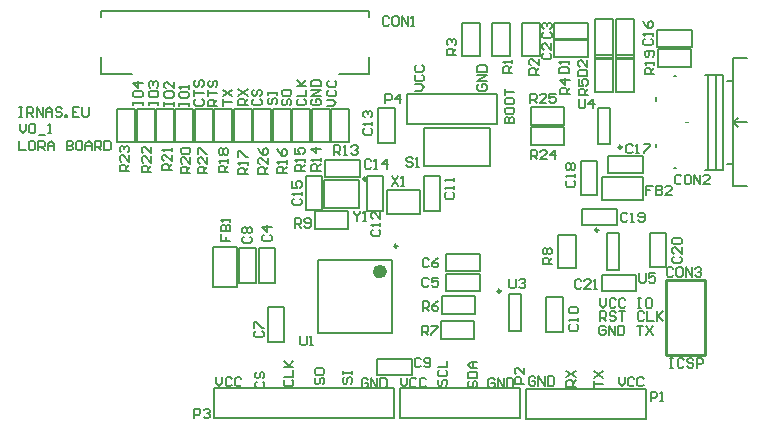
<source format=gto>
G04*
G04 #@! TF.GenerationSoftware,Altium Limited,Altium Designer,19.0.12 (326)*
G04*
G04 Layer_Color=65535*
%FSAX25Y25*%
%MOIN*%
G70*
G01*
G75*
%ADD10C,0.00984*%
%ADD11C,0.02362*%
%ADD12C,0.01181*%
%ADD13C,0.00787*%
%ADD14C,0.01000*%
%ADD15C,0.00315*%
%ADD16C,0.00709*%
D10*
X0480079Y0347587D02*
G03*
X0480079Y0347587I-0000492J0000000D01*
G01*
X0447469Y0327264D02*
G03*
X0447469Y0327264I-0000492J0000000D01*
G01*
X0487862Y0375197D02*
G03*
X0487862Y0375197I-0000492J0000000D01*
G01*
X0413075Y0342232D02*
G03*
X0413075Y0342232I-0000492J0000000D01*
G01*
D11*
X0408449Y0333768D02*
G03*
X0408449Y0333768I-0001181J0000000D01*
G01*
D12*
X0402724Y0364665D02*
G03*
X0402724Y0364665I-0000394J0000000D01*
G01*
D13*
X0421976Y0368996D02*
Y0381594D01*
Y0368996D02*
X0444024D01*
Y0381594D01*
X0421976Y0381594D02*
X0444024Y0381594D01*
X0483032Y0346602D02*
X0486969D01*
X0483032Y0334398D02*
X0486969D01*
X0483032D02*
Y0346602D01*
X0486969Y0334398D02*
Y0346602D01*
X0450421Y0326279D02*
X0454358D01*
X0450421Y0314075D02*
X0454358D01*
X0450421D02*
Y0326279D01*
X0454358Y0314075D02*
Y0326279D01*
X0479988Y0376181D02*
Y0388386D01*
X0483925Y0376181D02*
Y0388386D01*
X0479988D02*
X0483925D01*
X0479988Y0376181D02*
X0483925D01*
X0393496Y0399638D02*
X0403732D01*
Y0405150D01*
X0314362Y0399638D02*
Y0405150D01*
Y0399638D02*
X0324598D01*
X0403732Y0418535D02*
Y0420504D01*
X0314362D02*
X0403732D01*
X0314362Y0418535D02*
Y0420504D01*
X0386795Y0337705D02*
X0411205D01*
X0386795Y0313295D02*
X0411205D01*
Y0337705D01*
X0386795Y0313295D02*
Y0337705D01*
X0351642Y0342028D02*
X0359516D01*
X0351642Y0328642D02*
Y0342028D01*
Y0328642D02*
X0359516D01*
Y0342028D01*
X0465250Y0416703D02*
X0476750D01*
Y0411203D02*
Y0416703D01*
X0465250Y0411203D02*
X0476750D01*
X0465250D02*
Y0416703D01*
Y0410797D02*
X0476750D01*
Y0405297D02*
Y0410797D01*
X0465250Y0405297D02*
X0476750D01*
X0465250D02*
Y0410797D01*
X0406395Y0299219D02*
X0417895D01*
X0406395D02*
Y0304718D01*
X0417895D01*
Y0299219D02*
Y0304718D01*
X0365908Y0330077D02*
Y0341577D01*
X0360407Y0330077D02*
X0365908D01*
X0360407D02*
Y0341577D01*
X0365908D01*
X0369856Y0310392D02*
Y0321892D01*
X0375356D01*
Y0310392D02*
Y0321892D01*
X0369856Y0310392D02*
X0375356D01*
X0429159Y0339579D02*
X0440659D01*
Y0334079D02*
Y0339579D01*
X0429159Y0334079D02*
X0440659D01*
X0429159D02*
Y0339579D01*
X0429258Y0332868D02*
X0440758D01*
Y0327368D02*
Y0332868D01*
X0429258Y0327368D02*
X0440758D01*
X0429258D02*
Y0332868D01*
X0372305Y0329978D02*
X0372305Y0341478D01*
X0366805Y0329978D02*
X0372305D01*
X0366805Y0341478D02*
X0366805Y0329978D01*
X0366805Y0341478D02*
X0372305D01*
X0454547Y0405500D02*
X0460547D01*
X0454547D02*
Y0416500D01*
X0460547D01*
Y0405500D02*
Y0416500D01*
X0444500Y0416500D02*
X0450500D01*
Y0405500D02*
Y0416500D01*
X0444500Y0405500D02*
X0450500D01*
X0444500D02*
Y0416500D01*
X0434500Y0405500D02*
X0440500D01*
X0434500D02*
Y0416500D01*
X0440500D01*
Y0405500D02*
Y0416500D01*
X0416169Y0392894D02*
X0446169Y0392894D01*
X0416169Y0382894D02*
Y0392894D01*
Y0382894D02*
X0446169Y0382894D01*
Y0392894D01*
X0427638Y0311370D02*
Y0317370D01*
X0438638D01*
Y0311370D02*
Y0317370D01*
X0427638Y0311370D02*
X0438638D01*
X0439032Y0319736D02*
Y0325736D01*
X0428031Y0319736D02*
X0439032D01*
X0428031D02*
Y0325736D01*
X0439032D01*
X0409488Y0353063D02*
X0420511D01*
Y0360937D01*
X0409488D02*
X0420511D01*
X0409488Y0353063D02*
Y0360937D01*
X0462671Y0313640D02*
X0462671Y0325140D01*
X0468171D01*
X0468171Y0313640D01*
X0462671D02*
X0468171D01*
X0402895Y0353956D02*
Y0365456D01*
X0408395D01*
Y0353956D02*
Y0365456D01*
X0402895Y0353956D02*
X0408395D01*
X0421895Y0353957D02*
Y0365457D01*
X0427395D01*
Y0353957D02*
Y0365457D01*
X0421895Y0353957D02*
X0427395D01*
X0411917Y0284862D02*
Y0294862D01*
X0351917Y0284862D02*
Y0294862D01*
X0411917Y0294862D01*
X0351917Y0284862D02*
X0411917Y0284862D01*
X0406750Y0376703D02*
Y0388203D01*
X0412250D01*
Y0376703D02*
Y0388203D01*
X0406750Y0376703D02*
X0412250D01*
X0479000Y0404547D02*
X0485000Y0404547D01*
X0485000Y0393547D02*
X0485000Y0404547D01*
X0479000Y0393547D02*
X0485000D01*
X0479000D02*
Y0404547D01*
X0485000Y0405000D02*
Y0418000D01*
X0479000Y0418000D02*
X0485000Y0418000D01*
X0479000Y0418000D02*
X0479000Y0405000D01*
Y0406000D02*
X0485000D01*
X0479000Y0405000D02*
X0485000Y0405000D01*
X0486000Y0404500D02*
X0492000Y0404500D01*
X0492000Y0393500D02*
X0492000Y0404500D01*
X0486000Y0393500D02*
X0492000D01*
X0486000D02*
Y0404500D01*
X0396512Y0347984D02*
Y0353984D01*
X0385512Y0347984D02*
X0396512D01*
X0385512D02*
Y0353984D01*
X0396512D01*
X0492000Y0418000D02*
X0492000Y0405000D01*
X0486000Y0418000D02*
X0492000Y0418000D01*
X0486000Y0418000D02*
X0486000Y0405000D01*
Y0406000D02*
X0492000D01*
X0486000Y0405000D02*
X0492000Y0405000D01*
X0388551Y0354823D02*
X0400362D01*
Y0364272D01*
X0388551D02*
X0400362D01*
X0388551Y0354823D02*
Y0364272D01*
X0414004Y0284862D02*
Y0294862D01*
X0454004Y0294862D01*
X0414004Y0284862D02*
X0454004Y0284862D01*
Y0294862D01*
X0391000Y0387953D02*
X0397000D01*
Y0376953D02*
Y0387953D01*
X0391000Y0376953D02*
X0397000D01*
X0391000D02*
Y0387953D01*
X0384514D02*
X0390514D01*
Y0376953D02*
Y0387953D01*
X0384514Y0376953D02*
X0390514D01*
X0384514D02*
Y0387953D01*
X0378028D02*
X0384028D01*
Y0376953D02*
Y0387953D01*
X0378028Y0376953D02*
X0384028D01*
X0378028D02*
Y0387953D01*
X0382553Y0354191D02*
Y0365691D01*
X0388053D01*
Y0354191D02*
Y0365691D01*
X0382553Y0354191D02*
X0388053D01*
X0389002Y0365360D02*
X0400502D01*
X0389002D02*
Y0370860D01*
X0400502D01*
Y0365360D02*
Y0370860D01*
X0371542Y0387953D02*
X0377542D01*
Y0376953D02*
Y0387953D01*
X0371542Y0376953D02*
X0377542D01*
X0371542D02*
Y0387953D01*
X0365056D02*
X0371056D01*
Y0376953D02*
Y0387953D01*
X0365056Y0376953D02*
X0371056D01*
X0365056D02*
Y0387953D01*
X0358570D02*
X0364570D01*
Y0376953D02*
Y0387953D01*
X0358570Y0376953D02*
X0364570D01*
X0358570D02*
Y0387953D01*
X0352084D02*
X0358084D01*
Y0376953D02*
Y0387953D01*
X0352084Y0376953D02*
X0358084D01*
X0352084D02*
Y0387953D01*
X0496032Y0284764D02*
Y0294764D01*
X0456032Y0284764D02*
X0496032Y0284764D01*
X0456032Y0294764D02*
X0496032Y0294764D01*
X0456032Y0284764D02*
Y0294764D01*
X0345598Y0387953D02*
X0351598D01*
Y0376953D02*
Y0387953D01*
X0345598Y0376953D02*
X0351598D01*
X0345598D02*
Y0387953D01*
X0510953Y0402000D02*
Y0408000D01*
X0499953Y0402000D02*
X0510953D01*
X0499953D02*
Y0408000D01*
X0510953D01*
X0339112Y0387953D02*
X0345112D01*
Y0376953D02*
Y0387953D01*
X0339112Y0376953D02*
X0345112D01*
X0339112D02*
Y0387953D01*
X0332626D02*
X0338626D01*
Y0376953D02*
Y0387953D01*
X0332626Y0376953D02*
X0338626D01*
X0332626D02*
Y0387953D01*
X0326139D02*
X0332139D01*
Y0376953D02*
Y0387953D01*
X0326139Y0376953D02*
X0332139D01*
X0326139D02*
Y0387953D01*
X0499750Y0408750D02*
X0511250D01*
X0499750D02*
Y0414250D01*
X0511250D01*
Y0408750D02*
Y0414250D01*
X0319654Y0387953D02*
X0325654D01*
Y0376953D02*
Y0387953D01*
X0319654Y0376953D02*
X0325654D01*
X0319654D02*
Y0387953D01*
X0524984Y0383535D02*
X0526559Y0381961D01*
X0524984Y0383535D02*
X0526559Y0385110D01*
X0524984Y0383535D02*
X0529709D01*
X0523016Y0369756D02*
X0524984D01*
X0523016Y0397315D02*
X0524984D01*
X0499197Y0375268D02*
Y0376449D01*
X0505299Y0398890D02*
X0506087D01*
X0519276Y0367787D02*
Y0399284D01*
X0516520Y0367787D02*
Y0399284D01*
X0515535D02*
X0521638D01*
X0515535Y0367787D02*
X0521638D01*
Y0399284D01*
X0505299Y0368181D02*
X0506087D01*
X0499197Y0390622D02*
Y0391803D01*
X0524984Y0362276D02*
X0529709D01*
X0524984D02*
Y0404795D01*
X0529709D01*
X0468559Y0376055D02*
Y0382055D01*
X0457559Y0376055D02*
X0468559D01*
X0457559D02*
Y0382055D01*
X0468559D01*
X0468559Y0382555D02*
Y0388555D01*
X0457559Y0382555D02*
X0468559D01*
X0457559D02*
Y0388555D01*
X0468559D01*
X0494827Y0357563D02*
Y0365437D01*
X0481441D02*
X0494827D01*
X0481441Y0357563D02*
Y0365437D01*
Y0357563D02*
X0494827D01*
X0502750Y0335250D02*
Y0346750D01*
X0497250Y0335250D02*
X0502750D01*
X0497250D02*
Y0346750D01*
X0502750D01*
X0474750Y0354750D02*
X0486250D01*
Y0349250D02*
Y0354750D01*
X0474750Y0349250D02*
X0486250D01*
X0474750D02*
Y0354750D01*
X0474250Y0359250D02*
Y0370750D01*
X0479750D01*
Y0359250D02*
Y0370750D01*
X0474250Y0359250D02*
X0479750D01*
X0483357Y0366750D02*
X0494857D01*
X0483357D02*
Y0372250D01*
X0494857D01*
Y0366750D02*
Y0372250D01*
X0466500Y0335000D02*
X0472500D01*
X0466500D02*
Y0346000D01*
X0472500D01*
Y0335000D02*
Y0346000D01*
X0481250Y0327250D02*
X0492750D01*
X0481250D02*
Y0332750D01*
X0492750D01*
Y0327250D02*
Y0332750D01*
D14*
X0502500Y0306110D02*
Y0331110D01*
Y0306110D02*
X0515500D01*
Y0331110D01*
X0502500D02*
X0515500D01*
D15*
X0509039Y0383535D02*
X0509827D01*
D16*
X0440258Y0396194D02*
X0439733Y0395669D01*
Y0394619D01*
X0440258Y0394094D01*
X0442357D01*
X0442882Y0394619D01*
Y0395669D01*
X0442357Y0396194D01*
X0441308D01*
Y0395144D01*
X0442882Y0397243D02*
X0439733D01*
X0442882Y0399342D01*
X0439733D01*
Y0400392D02*
X0442882D01*
Y0401966D01*
X0442357Y0402491D01*
X0440258D01*
X0439733Y0401966D01*
Y0400392D01*
X0418828Y0394094D02*
X0420927D01*
X0421976Y0395144D01*
X0420927Y0396194D01*
X0418828D01*
X0419352Y0399342D02*
X0418828Y0398817D01*
Y0397768D01*
X0419352Y0397243D01*
X0421452D01*
X0421976Y0397768D01*
Y0398817D01*
X0421452Y0399342D01*
X0419352Y0402491D02*
X0418828Y0401966D01*
Y0400916D01*
X0419352Y0400392D01*
X0421452D01*
X0421976Y0400916D01*
Y0401966D01*
X0421452Y0402491D01*
X0448887Y0383169D02*
X0452035D01*
Y0384744D01*
X0451511Y0385268D01*
X0450986D01*
X0450461Y0384744D01*
Y0383169D01*
Y0384744D01*
X0449936Y0385268D01*
X0449412D01*
X0448887Y0384744D01*
Y0383169D01*
Y0387892D02*
Y0386843D01*
X0449412Y0386318D01*
X0451511D01*
X0452035Y0386843D01*
Y0387892D01*
X0451511Y0388417D01*
X0449412D01*
X0448887Y0387892D01*
Y0391041D02*
Y0389991D01*
X0449412Y0389467D01*
X0451511D01*
X0452035Y0389991D01*
Y0391041D01*
X0451511Y0391565D01*
X0449412D01*
X0448887Y0391041D01*
Y0392615D02*
Y0394714D01*
Y0393665D01*
X0452035D01*
X0287075Y0377361D02*
Y0374213D01*
X0289174D01*
X0291798Y0377361D02*
X0290748D01*
X0290223Y0376836D01*
Y0374737D01*
X0290748Y0374213D01*
X0291798D01*
X0292322Y0374737D01*
Y0376836D01*
X0291798Y0377361D01*
X0293372Y0374213D02*
Y0377361D01*
X0294946D01*
X0295471Y0376836D01*
Y0375787D01*
X0294946Y0375262D01*
X0293372D01*
X0294422D02*
X0295471Y0374213D01*
X0296521D02*
Y0376312D01*
X0297570Y0377361D01*
X0298620Y0376312D01*
Y0374213D01*
Y0375787D01*
X0296521D01*
X0302818Y0377361D02*
Y0374213D01*
X0304392D01*
X0304917Y0374737D01*
Y0375262D01*
X0304392Y0375787D01*
X0302818D01*
X0304392D01*
X0304917Y0376312D01*
Y0376836D01*
X0304392Y0377361D01*
X0302818D01*
X0307541D02*
X0306491D01*
X0305966Y0376836D01*
Y0374737D01*
X0306491Y0374213D01*
X0307541D01*
X0308065Y0374737D01*
Y0376836D01*
X0307541Y0377361D01*
X0309115Y0374213D02*
Y0376312D01*
X0310164Y0377361D01*
X0311214Y0376312D01*
Y0374213D01*
Y0375787D01*
X0309115D01*
X0312263Y0374213D02*
Y0377361D01*
X0313838D01*
X0314363Y0376836D01*
Y0375787D01*
X0313838Y0375262D01*
X0312263D01*
X0313313D02*
X0314363Y0374213D01*
X0315412Y0377361D02*
Y0374213D01*
X0316986D01*
X0317511Y0374737D01*
Y0376836D01*
X0316986Y0377361D01*
X0315412D01*
X0287173Y0383070D02*
Y0380971D01*
X0288223Y0379921D01*
X0289272Y0380971D01*
Y0383070D01*
X0290322Y0382545D02*
X0290847Y0383070D01*
X0291896D01*
X0292421Y0382545D01*
Y0380446D01*
X0291896Y0379921D01*
X0290847D01*
X0290322Y0380446D01*
Y0382545D01*
X0293470Y0379397D02*
X0295569D01*
X0296619Y0379921D02*
X0297669D01*
X0297144D01*
Y0383070D01*
X0296619Y0382545D01*
X0287075Y0388582D02*
X0288124D01*
X0287600D01*
Y0385433D01*
X0287075D01*
X0288124D01*
X0289699D02*
Y0388582D01*
X0291273D01*
X0291798Y0388057D01*
Y0387007D01*
X0291273Y0386483D01*
X0289699D01*
X0290748D02*
X0291798Y0385433D01*
X0292847D02*
Y0388582D01*
X0294946Y0385433D01*
Y0388582D01*
X0295996Y0385433D02*
Y0387532D01*
X0297045Y0388582D01*
X0298095Y0387532D01*
Y0385433D01*
Y0387007D01*
X0295996D01*
X0301243Y0388057D02*
X0300719Y0388582D01*
X0299669D01*
X0299144Y0388057D01*
Y0387532D01*
X0299669Y0387007D01*
X0300719D01*
X0301243Y0386483D01*
Y0385958D01*
X0300719Y0385433D01*
X0299669D01*
X0299144Y0385958D01*
X0302293Y0385433D02*
Y0385958D01*
X0302818D01*
Y0385433D01*
X0302293D01*
X0307016Y0388582D02*
X0304917D01*
Y0385433D01*
X0307016D01*
X0304917Y0387007D02*
X0305966D01*
X0308065Y0388582D02*
Y0385958D01*
X0308590Y0385433D01*
X0309640D01*
X0310164Y0385958D01*
Y0388582D01*
X0482481Y0315222D02*
X0481956Y0315747D01*
X0480907D01*
X0480382Y0315222D01*
Y0313123D01*
X0480907Y0312598D01*
X0481956D01*
X0482481Y0313123D01*
Y0314173D01*
X0481431D01*
X0483531Y0312598D02*
Y0315747D01*
X0485630Y0312598D01*
Y0315747D01*
X0486679D02*
Y0312598D01*
X0488253D01*
X0488778Y0313123D01*
Y0315222D01*
X0488253Y0315747D01*
X0486679D01*
X0492976D02*
X0495075D01*
X0494026D01*
Y0312598D01*
X0496125Y0315747D02*
X0498224Y0312598D01*
Y0315747D02*
X0496125Y0312598D01*
X0480677Y0317323D02*
Y0320471D01*
X0482252D01*
X0482776Y0319947D01*
Y0318897D01*
X0482252Y0318372D01*
X0480677D01*
X0481727D02*
X0482776Y0317323D01*
X0485925Y0319947D02*
X0485400Y0320471D01*
X0484350D01*
X0483826Y0319947D01*
Y0319422D01*
X0484350Y0318897D01*
X0485400D01*
X0485925Y0318372D01*
Y0317848D01*
X0485400Y0317323D01*
X0484350D01*
X0483826Y0317848D01*
X0486974Y0320471D02*
X0489073D01*
X0488024D01*
Y0317323D01*
X0495371Y0319947D02*
X0494846Y0320471D01*
X0493796D01*
X0493271Y0319947D01*
Y0317848D01*
X0493796Y0317323D01*
X0494846D01*
X0495371Y0317848D01*
X0496420Y0320471D02*
Y0317323D01*
X0498519D01*
X0499569Y0320471D02*
Y0317323D01*
Y0318372D01*
X0501668Y0320471D01*
X0500094Y0318897D01*
X0501668Y0317323D01*
X0480677Y0324802D02*
Y0322703D01*
X0481727Y0321654D01*
X0482776Y0322703D01*
Y0324802D01*
X0485925Y0324277D02*
X0485400Y0324802D01*
X0484350D01*
X0483826Y0324277D01*
Y0322178D01*
X0484350Y0321654D01*
X0485400D01*
X0485925Y0322178D01*
X0489073Y0324277D02*
X0488549Y0324802D01*
X0487499D01*
X0486974Y0324277D01*
Y0322178D01*
X0487499Y0321654D01*
X0488549D01*
X0489073Y0322178D01*
X0493271Y0324802D02*
X0494321D01*
X0493796D01*
Y0321654D01*
X0493271D01*
X0494321D01*
X0497470Y0324802D02*
X0496420D01*
X0495895Y0324277D01*
Y0322178D01*
X0496420Y0321654D01*
X0497470D01*
X0497994Y0322178D01*
Y0324277D01*
X0497470Y0324802D01*
X0486811Y0298621D02*
Y0296522D01*
X0487860Y0295472D01*
X0488910Y0296522D01*
Y0298621D01*
X0492059Y0298096D02*
X0491534Y0298621D01*
X0490484D01*
X0489959Y0298096D01*
Y0295997D01*
X0490484Y0295472D01*
X0491534D01*
X0492059Y0295997D01*
X0495207Y0298096D02*
X0494682Y0298621D01*
X0493633D01*
X0493108Y0298096D01*
Y0295997D01*
X0493633Y0295472D01*
X0494682D01*
X0495207Y0295997D01*
X0459056Y0298293D02*
X0458531Y0298818D01*
X0457481D01*
X0456957Y0298293D01*
Y0296194D01*
X0457481Y0295669D01*
X0458531D01*
X0459056Y0296194D01*
Y0297244D01*
X0458006D01*
X0460105Y0295669D02*
Y0298818D01*
X0462204Y0295669D01*
Y0298818D01*
X0463254D02*
Y0295669D01*
X0464828D01*
X0465353Y0296194D01*
Y0298293D01*
X0464828Y0298818D01*
X0463254D01*
X0478611Y0295276D02*
Y0297375D01*
Y0296325D01*
X0481760D01*
X0478611Y0298424D02*
X0481760Y0300523D01*
X0478611D02*
X0481760Y0298424D01*
X0472606Y0295374D02*
X0469458D01*
Y0296948D01*
X0469982Y0297473D01*
X0471032D01*
X0471557Y0296948D01*
Y0295374D01*
Y0296424D02*
X0472606Y0297473D01*
X0469458Y0298523D02*
X0472606Y0300622D01*
X0469458D02*
X0472606Y0298523D01*
X0437108Y0297276D02*
X0436584Y0296751D01*
Y0295702D01*
X0437108Y0295177D01*
X0437633D01*
X0438158Y0295702D01*
Y0296751D01*
X0438683Y0297276D01*
X0439208D01*
X0439732Y0296751D01*
Y0295702D01*
X0439208Y0295177D01*
X0436584Y0298326D02*
X0439732D01*
Y0299900D01*
X0439208Y0300425D01*
X0437108D01*
X0436584Y0299900D01*
Y0298326D01*
X0439732Y0301474D02*
X0437633D01*
X0436584Y0302524D01*
X0437633Y0303573D01*
X0439732D01*
X0438158D01*
Y0301474D01*
X0427069Y0297768D02*
X0426544Y0297244D01*
Y0296194D01*
X0427069Y0295669D01*
X0427594D01*
X0428119Y0296194D01*
Y0297244D01*
X0428643Y0297768D01*
X0429168D01*
X0429693Y0297244D01*
Y0296194D01*
X0429168Y0295669D01*
X0427069Y0300917D02*
X0426544Y0300392D01*
Y0299343D01*
X0427069Y0298818D01*
X0429168D01*
X0429693Y0299343D01*
Y0300392D01*
X0429168Y0300917D01*
X0426544Y0301967D02*
X0429693D01*
Y0304065D01*
X0445473Y0297703D02*
X0444948Y0298227D01*
X0443899D01*
X0443374Y0297703D01*
Y0295603D01*
X0443899Y0295079D01*
X0444948D01*
X0445473Y0295603D01*
Y0296653D01*
X0444423D01*
X0446523Y0295079D02*
Y0298227D01*
X0448622Y0295079D01*
Y0298227D01*
X0449671D02*
Y0295079D01*
X0451245D01*
X0451770Y0295603D01*
Y0297703D01*
X0451245Y0298227D01*
X0449671D01*
X0414173Y0298326D02*
Y0296227D01*
X0415223Y0295177D01*
X0416272Y0296227D01*
Y0298326D01*
X0419421Y0297801D02*
X0418896Y0298326D01*
X0417846D01*
X0417322Y0297801D01*
Y0295702D01*
X0417846Y0295177D01*
X0418896D01*
X0419421Y0295702D01*
X0422569Y0297801D02*
X0422045Y0298326D01*
X0420995D01*
X0420470Y0297801D01*
Y0295702D01*
X0420995Y0295177D01*
X0422045D01*
X0422569Y0295702D01*
X0352657Y0298621D02*
Y0296522D01*
X0353707Y0295472D01*
X0354756Y0296522D01*
Y0298621D01*
X0357905Y0298096D02*
X0357380Y0298621D01*
X0356331D01*
X0355806Y0298096D01*
Y0295997D01*
X0356331Y0295472D01*
X0357380D01*
X0357905Y0295997D01*
X0361054Y0298096D02*
X0360529Y0298621D01*
X0359479D01*
X0358955Y0298096D01*
Y0295997D01*
X0359479Y0295472D01*
X0360529D01*
X0361054Y0295997D01*
X0403249Y0297604D02*
X0402724Y0298129D01*
X0401674D01*
X0401150Y0297604D01*
Y0295505D01*
X0401674Y0294980D01*
X0402724D01*
X0403249Y0295505D01*
Y0296555D01*
X0402199D01*
X0404298Y0294980D02*
Y0298129D01*
X0406397Y0294980D01*
Y0298129D01*
X0407447D02*
Y0294980D01*
X0409021D01*
X0409546Y0295505D01*
Y0297604D01*
X0409021Y0298129D01*
X0407447D01*
X0395376Y0298457D02*
X0394851Y0297933D01*
Y0296883D01*
X0395376Y0296358D01*
X0395901D01*
X0396426Y0296883D01*
Y0297933D01*
X0396951Y0298457D01*
X0397475D01*
X0398000Y0297933D01*
Y0296883D01*
X0397475Y0296358D01*
X0394851Y0299507D02*
Y0300556D01*
Y0300032D01*
X0398000D01*
Y0299507D01*
Y0300556D01*
X0386124Y0298359D02*
X0385599Y0297834D01*
Y0296785D01*
X0386124Y0296260D01*
X0386649D01*
X0387174Y0296785D01*
Y0297834D01*
X0387699Y0298359D01*
X0388223D01*
X0388748Y0297834D01*
Y0296785D01*
X0388223Y0296260D01*
X0385599Y0300983D02*
Y0299933D01*
X0386124Y0299408D01*
X0388223D01*
X0388748Y0299933D01*
Y0300983D01*
X0388223Y0301507D01*
X0386124D01*
X0385599Y0300983D01*
X0375789Y0297670D02*
X0375265Y0297145D01*
Y0296096D01*
X0375789Y0295571D01*
X0377889D01*
X0378413Y0296096D01*
Y0297145D01*
X0377889Y0297670D01*
X0375265Y0298720D02*
X0378413D01*
Y0300818D01*
X0375265Y0301868D02*
X0378413D01*
X0377364D01*
X0375265Y0303967D01*
X0376839Y0302393D01*
X0378413Y0303967D01*
X0366144Y0297079D02*
X0365619Y0296555D01*
Y0295505D01*
X0366144Y0294980D01*
X0368243D01*
X0368768Y0295505D01*
Y0296555D01*
X0368243Y0297079D01*
X0366144Y0300228D02*
X0365619Y0299703D01*
Y0298654D01*
X0366144Y0298129D01*
X0366669D01*
X0367193Y0298654D01*
Y0299703D01*
X0367718Y0300228D01*
X0368243D01*
X0368768Y0299703D01*
Y0298654D01*
X0368243Y0298129D01*
X0389635Y0388976D02*
X0391734D01*
X0392783Y0390026D01*
X0391734Y0391075D01*
X0389635D01*
X0390160Y0394224D02*
X0389635Y0393699D01*
Y0392650D01*
X0390160Y0392125D01*
X0392259D01*
X0392783Y0392650D01*
Y0393699D01*
X0392259Y0394224D01*
X0390160Y0397373D02*
X0389635Y0396848D01*
Y0395798D01*
X0390160Y0395274D01*
X0392259D01*
X0392783Y0395798D01*
Y0396848D01*
X0392259Y0397373D01*
X0384845Y0391272D02*
X0384320Y0390747D01*
Y0389698D01*
X0384845Y0389173D01*
X0386944D01*
X0387469Y0389698D01*
Y0390747D01*
X0386944Y0391272D01*
X0385894D01*
Y0390223D01*
X0387469Y0392322D02*
X0384320D01*
X0387469Y0394421D01*
X0384320D01*
Y0395470D02*
X0387469D01*
Y0397045D01*
X0386944Y0397569D01*
X0384845D01*
X0384320Y0397045D01*
Y0395470D01*
X0380022Y0391272D02*
X0379497Y0390747D01*
Y0389698D01*
X0380022Y0389173D01*
X0382121D01*
X0382646Y0389698D01*
Y0390747D01*
X0382121Y0391272D01*
X0379497Y0392322D02*
X0382646D01*
Y0394421D01*
X0379497Y0395470D02*
X0382646D01*
X0381596D01*
X0379497Y0397569D01*
X0381071Y0395995D01*
X0382646Y0397569D01*
X0375101Y0391272D02*
X0374576Y0390747D01*
Y0389698D01*
X0375101Y0389173D01*
X0375625D01*
X0376150Y0389698D01*
Y0390747D01*
X0376675Y0391272D01*
X0377200D01*
X0377724Y0390747D01*
Y0389698D01*
X0377200Y0389173D01*
X0374576Y0393896D02*
Y0392847D01*
X0375101Y0392322D01*
X0377200D01*
X0377724Y0392847D01*
Y0393896D01*
X0377200Y0394421D01*
X0375101D01*
X0374576Y0393896D01*
X0370376Y0391568D02*
X0369851Y0391043D01*
Y0389993D01*
X0370376Y0389469D01*
X0370901D01*
X0371426Y0389993D01*
Y0391043D01*
X0371951Y0391568D01*
X0372475D01*
X0373000Y0391043D01*
Y0389993D01*
X0372475Y0389469D01*
X0369851Y0392617D02*
Y0393667D01*
Y0393142D01*
X0373000D01*
Y0392617D01*
Y0393667D01*
X0365258Y0391272D02*
X0364733Y0390747D01*
Y0389698D01*
X0365258Y0389173D01*
X0367357D01*
X0367882Y0389698D01*
Y0390747D01*
X0367357Y0391272D01*
X0365258Y0394421D02*
X0364733Y0393896D01*
Y0392847D01*
X0365258Y0392322D01*
X0365783D01*
X0366308Y0392847D01*
Y0393896D01*
X0366832Y0394421D01*
X0367357D01*
X0367882Y0393896D01*
Y0392847D01*
X0367357Y0392322D01*
X0363189Y0389272D02*
X0360040D01*
Y0390846D01*
X0360565Y0391371D01*
X0361615D01*
X0362139Y0390846D01*
Y0389272D01*
Y0390321D02*
X0363189Y0391371D01*
X0360040Y0392420D02*
X0363189Y0394519D01*
X0360040D02*
X0363189Y0392420D01*
X0354935Y0389075D02*
Y0391174D01*
Y0390124D01*
X0358084D01*
X0354935Y0392223D02*
X0358084Y0394322D01*
X0354935D02*
X0358084Y0392223D01*
X0353118Y0388976D02*
X0349970D01*
Y0390551D01*
X0350494Y0391075D01*
X0351544D01*
X0352069Y0390551D01*
Y0388976D01*
Y0390026D02*
X0353118Y0391075D01*
X0349970Y0392125D02*
Y0394224D01*
Y0393175D01*
X0353118D01*
X0350494Y0397373D02*
X0349970Y0396848D01*
Y0395798D01*
X0350494Y0395274D01*
X0351019D01*
X0351544Y0395798D01*
Y0396848D01*
X0352069Y0397373D01*
X0352593D01*
X0353118Y0396848D01*
Y0395798D01*
X0352593Y0395274D01*
X0345868Y0391174D02*
X0345343Y0390649D01*
Y0389600D01*
X0345868Y0389075D01*
X0347967D01*
X0348492Y0389600D01*
Y0390649D01*
X0347967Y0391174D01*
X0345343Y0392223D02*
Y0394322D01*
Y0393273D01*
X0348492D01*
X0345868Y0397471D02*
X0345343Y0396946D01*
Y0395897D01*
X0345868Y0395372D01*
X0346393D01*
X0346918Y0395897D01*
Y0396946D01*
X0347443Y0397471D01*
X0347967D01*
X0348492Y0396946D01*
Y0395897D01*
X0347967Y0395372D01*
X0340324Y0388976D02*
Y0390026D01*
Y0389501D01*
X0343472D01*
Y0388976D01*
Y0390026D01*
X0340324Y0393175D02*
Y0392125D01*
X0340849Y0391600D01*
X0342948D01*
X0343472Y0392125D01*
Y0393175D01*
X0342948Y0393699D01*
X0340849D01*
X0340324Y0393175D01*
X0343472Y0394749D02*
Y0395798D01*
Y0395274D01*
X0340324D01*
X0340849Y0394749D01*
X0335403Y0389075D02*
Y0390124D01*
Y0389600D01*
X0338551D01*
Y0389075D01*
Y0390124D01*
X0335403Y0393273D02*
Y0392223D01*
X0335927Y0391699D01*
X0338026D01*
X0338551Y0392223D01*
Y0393273D01*
X0338026Y0393798D01*
X0335927D01*
X0335403Y0393273D01*
X0338551Y0396946D02*
Y0394847D01*
X0336452Y0396946D01*
X0335927D01*
X0335403Y0396422D01*
Y0395372D01*
X0335927Y0394847D01*
X0330186Y0389272D02*
Y0390321D01*
Y0389796D01*
X0333335D01*
Y0389272D01*
Y0390321D01*
X0330186Y0393470D02*
Y0392420D01*
X0330711Y0391896D01*
X0332810D01*
X0333335Y0392420D01*
Y0393470D01*
X0332810Y0393994D01*
X0330711D01*
X0330186Y0393470D01*
X0330711Y0395044D02*
X0330186Y0395569D01*
Y0396618D01*
X0330711Y0397143D01*
X0331236D01*
X0331760Y0396618D01*
Y0396094D01*
Y0396618D01*
X0332285Y0397143D01*
X0332810D01*
X0333335Y0396618D01*
Y0395569D01*
X0332810Y0395044D01*
X0325068Y0389272D02*
Y0390321D01*
Y0389796D01*
X0328217D01*
Y0389272D01*
Y0390321D01*
X0325068Y0393470D02*
Y0392420D01*
X0325593Y0391896D01*
X0327692D01*
X0328217Y0392420D01*
Y0393470D01*
X0327692Y0393994D01*
X0325593D01*
X0325068Y0393470D01*
X0328217Y0396618D02*
X0325068D01*
X0326642Y0395044D01*
Y0397143D01*
X0450461Y0331397D02*
Y0328773D01*
X0450985Y0328248D01*
X0452035D01*
X0452560Y0328773D01*
Y0331397D01*
X0453609Y0330872D02*
X0454134Y0331397D01*
X0455184D01*
X0455708Y0330872D01*
Y0330347D01*
X0455184Y0329822D01*
X0454659D01*
X0455184D01*
X0455708Y0329298D01*
Y0328773D01*
X0455184Y0328248D01*
X0454134D01*
X0453609Y0328773D01*
X0410335Y0418273D02*
X0409810Y0418798D01*
X0408761D01*
X0408236Y0418273D01*
Y0416174D01*
X0408761Y0415650D01*
X0409810D01*
X0410335Y0416174D01*
X0412959Y0418798D02*
X0411910D01*
X0411385Y0418273D01*
Y0416174D01*
X0411910Y0415650D01*
X0412959D01*
X0413484Y0416174D01*
Y0418273D01*
X0412959Y0418798D01*
X0414533Y0415650D02*
Y0418798D01*
X0416632Y0415650D01*
Y0418798D01*
X0417682Y0415650D02*
X0418731D01*
X0418207D01*
Y0418798D01*
X0417682Y0418273D01*
X0380776Y0312401D02*
Y0309777D01*
X0381300Y0309252D01*
X0382350D01*
X0382875Y0309777D01*
Y0312401D01*
X0383924Y0309252D02*
X0384974D01*
X0384449D01*
Y0312401D01*
X0383924Y0311876D01*
X0473591Y0391338D02*
Y0388714D01*
X0474115Y0388189D01*
X0475165D01*
X0475690Y0388714D01*
Y0391338D01*
X0478313Y0388189D02*
Y0391338D01*
X0476739Y0389763D01*
X0478838D01*
X0493768Y0333267D02*
Y0330643D01*
X0494292Y0330118D01*
X0495342D01*
X0495867Y0330643D01*
Y0333267D01*
X0499015D02*
X0496916D01*
Y0331692D01*
X0497966Y0332217D01*
X0498491D01*
X0499015Y0331692D01*
Y0330643D01*
X0498491Y0330118D01*
X0497441D01*
X0496916Y0330643D01*
X0354300Y0346194D02*
Y0344094D01*
X0355874D01*
Y0345144D01*
Y0344094D01*
X0357449D01*
X0354300Y0347243D02*
X0357449D01*
Y0348817D01*
X0356924Y0349342D01*
X0356399D01*
X0355874Y0348817D01*
Y0347243D01*
Y0348817D01*
X0355350Y0349342D01*
X0354825D01*
X0354300Y0348817D01*
Y0347243D01*
X0357449Y0350392D02*
Y0351441D01*
Y0350916D01*
X0354300D01*
X0354825Y0350392D01*
X0461912Y0413615D02*
X0461387Y0413090D01*
Y0412041D01*
X0461912Y0411516D01*
X0464011D01*
X0464535Y0412041D01*
Y0413090D01*
X0464011Y0413615D01*
X0461912Y0414664D02*
X0461387Y0415189D01*
Y0416239D01*
X0461912Y0416763D01*
X0462436D01*
X0462961Y0416239D01*
Y0415714D01*
Y0416239D01*
X0463486Y0416763D01*
X0464011D01*
X0464535Y0416239D01*
Y0415189D01*
X0464011Y0414664D01*
X0461813Y0406646D02*
X0461288Y0406121D01*
Y0405072D01*
X0461813Y0404547D01*
X0463912D01*
X0464437Y0405072D01*
Y0406121D01*
X0463912Y0406646D01*
X0464437Y0409795D02*
Y0407696D01*
X0462338Y0409795D01*
X0461813D01*
X0461288Y0409270D01*
Y0408221D01*
X0461813Y0407696D01*
X0420965Y0304494D02*
X0420440Y0305019D01*
X0419391D01*
X0418866Y0304494D01*
Y0302395D01*
X0419391Y0301870D01*
X0420440D01*
X0420965Y0302395D01*
X0422015D02*
X0422540Y0301870D01*
X0423589D01*
X0424114Y0302395D01*
Y0304494D01*
X0423589Y0305019D01*
X0422540D01*
X0422015Y0304494D01*
Y0303969D01*
X0422540Y0303444D01*
X0424114D01*
X0361912Y0345406D02*
X0361387Y0344881D01*
Y0343832D01*
X0361912Y0343307D01*
X0364011D01*
X0364535Y0343832D01*
Y0344881D01*
X0364011Y0345406D01*
X0361912Y0346456D02*
X0361387Y0346981D01*
Y0348030D01*
X0361912Y0348555D01*
X0362436D01*
X0362961Y0348030D01*
X0363486Y0348555D01*
X0364011D01*
X0364535Y0348030D01*
Y0346981D01*
X0364011Y0346456D01*
X0363486D01*
X0362961Y0346981D01*
X0362436Y0346456D01*
X0361912D01*
X0362961Y0346981D02*
Y0348030D01*
X0365947Y0313910D02*
X0365422Y0313385D01*
Y0312336D01*
X0365947Y0311811D01*
X0368046D01*
X0368571Y0312336D01*
Y0313385D01*
X0368046Y0313910D01*
X0365422Y0314960D02*
Y0317059D01*
X0365947D01*
X0368046Y0314960D01*
X0368571D01*
X0423623Y0337762D02*
X0423098Y0338286D01*
X0422048D01*
X0421524Y0337762D01*
Y0335663D01*
X0422048Y0335138D01*
X0423098D01*
X0423623Y0335663D01*
X0426771Y0338286D02*
X0425722Y0337762D01*
X0424672Y0336712D01*
Y0335663D01*
X0425197Y0335138D01*
X0426247D01*
X0426771Y0335663D01*
Y0336187D01*
X0426247Y0336712D01*
X0424672D01*
X0423524Y0331234D02*
X0422999Y0331759D01*
X0421950D01*
X0421425Y0331234D01*
Y0329135D01*
X0421950Y0328610D01*
X0422999D01*
X0423524Y0329135D01*
X0426673Y0331759D02*
X0424574D01*
Y0330185D01*
X0425623Y0330709D01*
X0426148D01*
X0426673Y0330185D01*
Y0329135D01*
X0426148Y0328610D01*
X0425099D01*
X0424574Y0329135D01*
X0368604Y0345997D02*
X0368080Y0345472D01*
Y0344422D01*
X0368604Y0343898D01*
X0370704D01*
X0371228Y0344422D01*
Y0345472D01*
X0370704Y0345997D01*
X0371228Y0348621D02*
X0368080D01*
X0369654Y0347046D01*
Y0349145D01*
X0451445Y0400098D02*
X0448296D01*
Y0401673D01*
X0448821Y0402198D01*
X0449871D01*
X0450395Y0401673D01*
Y0400098D01*
Y0401148D02*
X0451445Y0402198D01*
Y0403247D02*
Y0404296D01*
Y0403772D01*
X0448296D01*
X0448821Y0403247D01*
X0460205Y0399410D02*
X0457056D01*
Y0400984D01*
X0457581Y0401509D01*
X0458630D01*
X0459155Y0400984D01*
Y0399410D01*
Y0400459D02*
X0460205Y0401509D01*
Y0404657D02*
Y0402558D01*
X0458106Y0404657D01*
X0457581D01*
X0457056Y0404132D01*
Y0403083D01*
X0457581Y0402558D01*
X0432744Y0406004D02*
X0429596D01*
Y0407578D01*
X0430120Y0408103D01*
X0431170D01*
X0431695Y0407578D01*
Y0406004D01*
Y0407054D02*
X0432744Y0408103D01*
X0430120Y0409153D02*
X0429596Y0409677D01*
Y0410727D01*
X0430120Y0411252D01*
X0430645D01*
X0431170Y0410727D01*
Y0410202D01*
Y0410727D01*
X0431695Y0411252D01*
X0432219D01*
X0432744Y0410727D01*
Y0409677D01*
X0432219Y0409153D01*
X0409122Y0389862D02*
Y0393011D01*
X0410696D01*
X0411221Y0392486D01*
Y0391437D01*
X0410696Y0390912D01*
X0409122D01*
X0413845Y0389862D02*
Y0393011D01*
X0412271Y0391437D01*
X0414370D01*
X0421228Y0312500D02*
Y0315649D01*
X0422803D01*
X0423327Y0315124D01*
Y0314074D01*
X0422803Y0313549D01*
X0421228D01*
X0422278D02*
X0423327Y0312500D01*
X0424377Y0315649D02*
X0426476D01*
Y0315124D01*
X0424377Y0313025D01*
Y0312500D01*
X0421524Y0320640D02*
Y0323789D01*
X0423098D01*
X0423623Y0323264D01*
Y0322215D01*
X0423098Y0321690D01*
X0421524D01*
X0422573D02*
X0423623Y0320640D01*
X0426771Y0323789D02*
X0425722Y0323264D01*
X0424672Y0322215D01*
Y0321165D01*
X0425197Y0320640D01*
X0426247D01*
X0426771Y0321165D01*
Y0321690D01*
X0426247Y0322215D01*
X0424672D01*
X0411189Y0365550D02*
X0413288Y0362402D01*
Y0365550D02*
X0411189Y0362402D01*
X0414338D02*
X0415387D01*
X0414862D01*
Y0365550D01*
X0414338Y0365025D01*
X0470770Y0316174D02*
X0470245Y0315649D01*
Y0314600D01*
X0470770Y0314075D01*
X0472869D01*
X0473394Y0314600D01*
Y0315649D01*
X0472869Y0316174D01*
X0473394Y0317223D02*
Y0318273D01*
Y0317748D01*
X0470245D01*
X0470770Y0317223D01*
Y0319847D02*
X0470245Y0320372D01*
Y0321422D01*
X0470770Y0321946D01*
X0472869D01*
X0473394Y0321422D01*
Y0320372D01*
X0472869Y0319847D01*
X0470770D01*
X0418209Y0371325D02*
X0417685Y0371849D01*
X0416635D01*
X0416110Y0371325D01*
Y0370800D01*
X0416635Y0370275D01*
X0417685D01*
X0418209Y0369750D01*
Y0369226D01*
X0417685Y0368701D01*
X0416635D01*
X0416110Y0369226D01*
X0419259Y0368701D02*
X0420308D01*
X0419784D01*
Y0371849D01*
X0419259Y0371325D01*
X0404825Y0347768D02*
X0404300Y0347244D01*
Y0346194D01*
X0404825Y0345669D01*
X0406924D01*
X0407449Y0346194D01*
Y0347244D01*
X0406924Y0347768D01*
X0407449Y0348818D02*
Y0349867D01*
Y0349343D01*
X0404300D01*
X0404825Y0348818D01*
X0407449Y0353541D02*
Y0351442D01*
X0405350Y0353541D01*
X0404825D01*
X0404300Y0353016D01*
Y0351967D01*
X0404825Y0351442D01*
X0429431Y0360170D02*
X0428906Y0359645D01*
Y0358596D01*
X0429431Y0358071D01*
X0431530D01*
X0432055Y0358596D01*
Y0359645D01*
X0431530Y0360170D01*
X0432055Y0361220D02*
Y0362269D01*
Y0361744D01*
X0428906D01*
X0429431Y0361220D01*
X0432055Y0363843D02*
Y0364893D01*
Y0364368D01*
X0428906D01*
X0429431Y0363843D01*
X0345358Y0284917D02*
Y0288066D01*
X0346933D01*
X0347457Y0287541D01*
Y0286492D01*
X0346933Y0285967D01*
X0345358D01*
X0348507Y0287541D02*
X0349032Y0288066D01*
X0350081D01*
X0350606Y0287541D01*
Y0287016D01*
X0350081Y0286492D01*
X0349556D01*
X0350081D01*
X0350606Y0285967D01*
Y0285442D01*
X0350081Y0284917D01*
X0349032D01*
X0348507Y0285442D01*
X0402168Y0381528D02*
X0401643Y0381003D01*
Y0379954D01*
X0402168Y0379429D01*
X0404267D01*
X0404791Y0379954D01*
Y0381003D01*
X0404267Y0381528D01*
X0404791Y0382578D02*
Y0383627D01*
Y0383102D01*
X0401643D01*
X0402168Y0382578D01*
Y0385202D02*
X0401643Y0385726D01*
Y0386776D01*
X0402168Y0387301D01*
X0402692D01*
X0403217Y0386776D01*
Y0386251D01*
Y0386776D01*
X0403742Y0387301D01*
X0404267D01*
X0404791Y0386776D01*
Y0385726D01*
X0404267Y0385202D01*
X0470539Y0392913D02*
X0467391D01*
Y0394488D01*
X0467915Y0395012D01*
X0468965D01*
X0469490Y0394488D01*
Y0392913D01*
Y0393963D02*
X0470539Y0395012D01*
Y0397636D02*
X0467391D01*
X0468965Y0396062D01*
Y0398161D01*
X0467096Y0399803D02*
X0470244D01*
Y0401377D01*
X0469719Y0401902D01*
X0467620D01*
X0467096Y0401377D01*
Y0399803D01*
X0470244Y0402952D02*
Y0404001D01*
Y0403476D01*
X0467096D01*
X0467620Y0402952D01*
X0476642Y0392618D02*
X0473493D01*
Y0394192D01*
X0474018Y0394717D01*
X0475067D01*
X0475592Y0394192D01*
Y0392618D01*
Y0393668D02*
X0476642Y0394717D01*
X0473493Y0397866D02*
Y0395767D01*
X0475067D01*
X0474543Y0396816D01*
Y0397341D01*
X0475067Y0397866D01*
X0476117D01*
X0476642Y0397341D01*
Y0396291D01*
X0476117Y0395767D01*
X0378906Y0348425D02*
Y0351574D01*
X0380480D01*
X0381005Y0351049D01*
Y0349999D01*
X0380480Y0349475D01*
X0378906D01*
X0379955D02*
X0381005Y0348425D01*
X0382054Y0348950D02*
X0382579Y0348425D01*
X0383628D01*
X0384153Y0348950D01*
Y0351049D01*
X0383628Y0351574D01*
X0382579D01*
X0382054Y0351049D01*
Y0350524D01*
X0382579Y0349999D01*
X0384153D01*
X0473296Y0398917D02*
X0476445D01*
Y0400492D01*
X0475920Y0401016D01*
X0473821D01*
X0473296Y0400492D01*
Y0398917D01*
X0476445Y0404165D02*
Y0402066D01*
X0474346Y0404165D01*
X0473821D01*
X0473296Y0403640D01*
Y0402591D01*
X0473821Y0402066D01*
X0398492Y0353936D02*
Y0353411D01*
X0399542Y0352362D01*
X0400591Y0353411D01*
Y0353936D01*
X0399542Y0352362D02*
Y0350787D01*
X0401641D02*
X0402690D01*
X0402166D01*
Y0353936D01*
X0401641Y0353411D01*
X0497512Y0290626D02*
Y0293775D01*
X0499086D01*
X0499611Y0293250D01*
Y0292200D01*
X0499086Y0291675D01*
X0497512D01*
X0500660Y0290626D02*
X0501710D01*
X0501185D01*
Y0293775D01*
X0500660Y0293250D01*
X0391996Y0372736D02*
Y0375885D01*
X0393570D01*
X0394095Y0375360D01*
Y0374310D01*
X0393570Y0373786D01*
X0391996D01*
X0393046D02*
X0394095Y0372736D01*
X0395145D02*
X0396194D01*
X0395669D01*
Y0375885D01*
X0395145Y0375360D01*
X0397768D02*
X0398293Y0375885D01*
X0399343D01*
X0399868Y0375360D01*
Y0374835D01*
X0399343Y0374310D01*
X0398818D01*
X0399343D01*
X0399868Y0373786D01*
Y0373261D01*
X0399343Y0372736D01*
X0398293D01*
X0397768Y0373261D01*
X0387469Y0367421D02*
X0384320D01*
Y0368996D01*
X0384845Y0369520D01*
X0385894D01*
X0386419Y0368996D01*
Y0367421D01*
Y0368471D02*
X0387469Y0369520D01*
Y0370570D02*
Y0371619D01*
Y0371095D01*
X0384320D01*
X0384845Y0370570D01*
X0387469Y0374768D02*
X0384320D01*
X0385894Y0373194D01*
Y0375293D01*
X0382154Y0367224D02*
X0379005D01*
Y0368799D01*
X0379530Y0369323D01*
X0380579D01*
X0381104Y0368799D01*
Y0367224D01*
Y0368274D02*
X0382154Y0369323D01*
Y0370373D02*
Y0371423D01*
Y0370898D01*
X0379005D01*
X0379530Y0370373D01*
X0379005Y0375096D02*
Y0372997D01*
X0380579D01*
X0380054Y0374046D01*
Y0374571D01*
X0380579Y0375096D01*
X0381629D01*
X0382154Y0374571D01*
Y0373522D01*
X0381629Y0372997D01*
X0378649Y0358107D02*
X0378124Y0357582D01*
Y0356532D01*
X0378649Y0356008D01*
X0380748D01*
X0381273Y0356532D01*
Y0357582D01*
X0380748Y0358107D01*
X0381273Y0359156D02*
Y0360206D01*
Y0359681D01*
X0378124D01*
X0378649Y0359156D01*
X0378124Y0363879D02*
Y0361780D01*
X0379698D01*
X0379173Y0362829D01*
Y0363354D01*
X0379698Y0363879D01*
X0380748D01*
X0381273Y0363354D01*
Y0362305D01*
X0380748Y0361780D01*
X0404331Y0370636D02*
X0403807Y0371160D01*
X0402757D01*
X0402232Y0370636D01*
Y0368537D01*
X0402757Y0368012D01*
X0403807D01*
X0404331Y0368537D01*
X0405381Y0368012D02*
X0406430D01*
X0405906D01*
Y0371160D01*
X0405381Y0370636D01*
X0409579Y0368012D02*
Y0371160D01*
X0408005Y0369586D01*
X0410104D01*
X0376150Y0366634D02*
X0373001D01*
Y0368208D01*
X0373526Y0368733D01*
X0374575D01*
X0375100Y0368208D01*
Y0366634D01*
Y0367683D02*
X0376150Y0368733D01*
Y0369782D02*
Y0370832D01*
Y0370307D01*
X0373001D01*
X0373526Y0369782D01*
X0373001Y0374505D02*
X0373526Y0373456D01*
X0374575Y0372406D01*
X0375625D01*
X0376150Y0372931D01*
Y0373981D01*
X0375625Y0374505D01*
X0375100D01*
X0374575Y0373981D01*
Y0372406D01*
X0369850Y0366437D02*
X0366702D01*
Y0368011D01*
X0367227Y0368536D01*
X0368276D01*
X0368801Y0368011D01*
Y0366437D01*
Y0367487D02*
X0369850Y0368536D01*
Y0371685D02*
Y0369586D01*
X0367751Y0371685D01*
X0367227D01*
X0366702Y0371160D01*
Y0370110D01*
X0367227Y0369586D01*
X0366702Y0374833D02*
X0367227Y0373784D01*
X0368276Y0372734D01*
X0369326D01*
X0369850Y0373259D01*
Y0374308D01*
X0369326Y0374833D01*
X0368801D01*
X0368276Y0374308D01*
Y0372734D01*
X0363189Y0366142D02*
X0360040D01*
Y0367716D01*
X0360565Y0368241D01*
X0361615D01*
X0362139Y0367716D01*
Y0366142D01*
Y0367191D02*
X0363189Y0368241D01*
Y0369290D02*
Y0370340D01*
Y0369815D01*
X0360040D01*
X0360565Y0369290D01*
X0360040Y0371914D02*
Y0374013D01*
X0360565D01*
X0362664Y0371914D01*
X0363189D01*
X0356661Y0366929D02*
X0353513D01*
Y0368503D01*
X0354038Y0369028D01*
X0355087D01*
X0355612Y0368503D01*
Y0366929D01*
Y0367979D02*
X0356661Y0369028D01*
Y0370078D02*
Y0371127D01*
Y0370602D01*
X0353513D01*
X0354038Y0370078D01*
Y0372702D02*
X0353513Y0373226D01*
Y0374276D01*
X0354038Y0374801D01*
X0354562D01*
X0355087Y0374276D01*
X0355612Y0374801D01*
X0356137D01*
X0356661Y0374276D01*
Y0373226D01*
X0356137Y0372702D01*
X0355612D01*
X0355087Y0373226D01*
X0354562Y0372702D01*
X0354038D01*
X0355087Y0373226D02*
Y0374276D01*
X0455413Y0296433D02*
X0452265D01*
Y0298007D01*
X0452789Y0298532D01*
X0453839D01*
X0454364Y0298007D01*
Y0296433D01*
X0455413Y0301681D02*
Y0299582D01*
X0453314Y0301681D01*
X0452789D01*
X0452265Y0301156D01*
Y0300106D01*
X0452789Y0299582D01*
X0349772Y0366634D02*
X0346623D01*
Y0368208D01*
X0347148Y0368733D01*
X0348197D01*
X0348722Y0368208D01*
Y0366634D01*
Y0367683D02*
X0349772Y0368733D01*
Y0371882D02*
Y0369782D01*
X0347673Y0371882D01*
X0347148D01*
X0346623Y0371357D01*
Y0370307D01*
X0347148Y0369782D01*
X0346623Y0372931D02*
Y0375030D01*
X0347148D01*
X0349247Y0372931D01*
X0349772D01*
X0498689Y0399508D02*
X0495540D01*
Y0401082D01*
X0496065Y0401607D01*
X0497115D01*
X0497639Y0401082D01*
Y0399508D01*
Y0400557D02*
X0498689Y0401607D01*
Y0402657D02*
Y0403706D01*
Y0403181D01*
X0495540D01*
X0496065Y0402657D01*
X0498164Y0405280D02*
X0498689Y0405805D01*
Y0406855D01*
X0498164Y0407379D01*
X0496065D01*
X0495540Y0406855D01*
Y0405805D01*
X0496065Y0405280D01*
X0496590D01*
X0497115Y0405805D01*
Y0407379D01*
X0505020Y0334710D02*
X0504496Y0335235D01*
X0503446D01*
X0502921Y0334710D01*
Y0332611D01*
X0503446Y0332087D01*
X0504496D01*
X0505020Y0332611D01*
X0507644Y0335235D02*
X0506595D01*
X0506070Y0334710D01*
Y0332611D01*
X0506595Y0332087D01*
X0507644D01*
X0508169Y0332611D01*
Y0334710D01*
X0507644Y0335235D01*
X0509218Y0332087D02*
Y0335235D01*
X0511317Y0332087D01*
Y0335235D01*
X0512367Y0334710D02*
X0512892Y0335235D01*
X0513941D01*
X0514466Y0334710D01*
Y0334186D01*
X0513941Y0333661D01*
X0513417D01*
X0513941D01*
X0514466Y0333136D01*
Y0332611D01*
X0513941Y0332087D01*
X0512892D01*
X0512367Y0332611D01*
X0503905Y0304920D02*
X0504955D01*
X0504430D01*
Y0301772D01*
X0503905D01*
X0504955D01*
X0508628Y0304396D02*
X0508104Y0304920D01*
X0507054D01*
X0506529Y0304396D01*
Y0302296D01*
X0507054Y0301772D01*
X0508104D01*
X0508628Y0302296D01*
X0511777Y0304396D02*
X0511252Y0304920D01*
X0510203D01*
X0509678Y0304396D01*
Y0303871D01*
X0510203Y0303346D01*
X0511252D01*
X0511777Y0302821D01*
Y0302296D01*
X0511252Y0301772D01*
X0510203D01*
X0509678Y0302296D01*
X0512826Y0301772D02*
Y0304920D01*
X0514401D01*
X0514926Y0304396D01*
Y0303346D01*
X0514401Y0302821D01*
X0512826D01*
X0344063Y0366634D02*
X0340914D01*
Y0368208D01*
X0341439Y0368733D01*
X0342489D01*
X0343014Y0368208D01*
Y0366634D01*
Y0367683D02*
X0344063Y0368733D01*
Y0371882D02*
Y0369782D01*
X0341964Y0371882D01*
X0341439D01*
X0340914Y0371357D01*
Y0370307D01*
X0341439Y0369782D01*
Y0372931D02*
X0340914Y0373456D01*
Y0374505D01*
X0341439Y0375030D01*
X0343538D01*
X0344063Y0374505D01*
Y0373456D01*
X0343538Y0372931D01*
X0341439D01*
X0337862Y0367520D02*
X0334714D01*
Y0369094D01*
X0335238Y0369619D01*
X0336288D01*
X0336813Y0369094D01*
Y0367520D01*
Y0368569D02*
X0337862Y0369619D01*
Y0372767D02*
Y0370668D01*
X0335763Y0372767D01*
X0335238D01*
X0334714Y0372243D01*
Y0371193D01*
X0335238Y0370668D01*
X0337862Y0373817D02*
Y0374866D01*
Y0374342D01*
X0334714D01*
X0335238Y0373817D01*
X0330972Y0366929D02*
X0327824D01*
Y0368503D01*
X0328349Y0369028D01*
X0329398D01*
X0329923Y0368503D01*
Y0366929D01*
Y0367979D02*
X0330972Y0369028D01*
Y0372177D02*
Y0370078D01*
X0328873Y0372177D01*
X0328349D01*
X0327824Y0371652D01*
Y0370602D01*
X0328349Y0370078D01*
X0330972Y0375325D02*
Y0373226D01*
X0328873Y0375325D01*
X0328349D01*
X0327824Y0374801D01*
Y0373751D01*
X0328349Y0373226D01*
X0495633Y0411351D02*
X0495108Y0410826D01*
Y0409777D01*
X0495633Y0409252D01*
X0497732D01*
X0498257Y0409777D01*
Y0410826D01*
X0497732Y0411351D01*
X0498257Y0412401D02*
Y0413450D01*
Y0412925D01*
X0495108D01*
X0495633Y0412401D01*
X0495108Y0417123D02*
X0495633Y0416074D01*
X0496683Y0415024D01*
X0497732D01*
X0498257Y0415549D01*
Y0416599D01*
X0497732Y0417123D01*
X0497207D01*
X0496683Y0416599D01*
Y0415024D01*
X0323689Y0367224D02*
X0320540D01*
Y0368799D01*
X0321065Y0369323D01*
X0322115D01*
X0322639Y0368799D01*
Y0367224D01*
Y0368274D02*
X0323689Y0369323D01*
Y0372472D02*
Y0370373D01*
X0321590Y0372472D01*
X0321065D01*
X0320540Y0371947D01*
Y0370898D01*
X0321065Y0370373D01*
Y0373522D02*
X0320540Y0374046D01*
Y0375096D01*
X0321065Y0375621D01*
X0321590D01*
X0322115Y0375096D01*
Y0374571D01*
Y0375096D01*
X0322639Y0375621D01*
X0323164D01*
X0323689Y0375096D01*
Y0374046D01*
X0323164Y0373522D01*
X0507776Y0365517D02*
X0507252Y0366042D01*
X0506202D01*
X0505677Y0365517D01*
Y0363419D01*
X0506202Y0362894D01*
X0507252D01*
X0507776Y0363419D01*
X0510400Y0366042D02*
X0509350D01*
X0508826Y0365517D01*
Y0363419D01*
X0509350Y0362894D01*
X0510400D01*
X0510925Y0363419D01*
Y0365517D01*
X0510400Y0366042D01*
X0511974Y0362894D02*
Y0366042D01*
X0514073Y0362894D01*
Y0366042D01*
X0517222Y0362894D02*
X0515123D01*
X0517222Y0364993D01*
Y0365517D01*
X0516697Y0366042D01*
X0515648D01*
X0515123Y0365517D01*
X0457646Y0371161D02*
Y0374310D01*
X0459220D01*
X0459745Y0373785D01*
Y0372736D01*
X0459220Y0372211D01*
X0457646D01*
X0458695D02*
X0459745Y0371161D01*
X0462893D02*
X0460794D01*
X0462893Y0373260D01*
Y0373785D01*
X0462368Y0374310D01*
X0461319D01*
X0460794Y0373785D01*
X0465517Y0371161D02*
Y0374310D01*
X0463943Y0372736D01*
X0466042D01*
X0457449Y0389961D02*
Y0393109D01*
X0459023D01*
X0459548Y0392584D01*
Y0391535D01*
X0459023Y0391010D01*
X0457449D01*
X0458498D02*
X0459548Y0389961D01*
X0462697D02*
X0460597D01*
X0462697Y0392060D01*
Y0392584D01*
X0462172Y0393109D01*
X0461122D01*
X0460597Y0392584D01*
X0465845Y0393109D02*
X0463746D01*
Y0391535D01*
X0464795Y0392060D01*
X0465320D01*
X0465845Y0391535D01*
Y0390485D01*
X0465320Y0389961D01*
X0464271D01*
X0463746Y0390485D01*
X0498229Y0362399D02*
X0496130D01*
Y0360824D01*
X0497179D01*
X0496130D01*
Y0359250D01*
X0499278Y0362399D02*
Y0359250D01*
X0500853D01*
X0501378Y0359775D01*
Y0360299D01*
X0500853Y0360824D01*
X0499278D01*
X0500853D01*
X0501378Y0361349D01*
Y0361874D01*
X0500853Y0362399D01*
X0499278D01*
X0504526Y0359250D02*
X0502427D01*
X0504526Y0361349D01*
Y0361874D01*
X0504001Y0362399D01*
X0502952D01*
X0502427Y0361874D01*
X0505250Y0338713D02*
X0504725Y0338188D01*
Y0337139D01*
X0505250Y0336614D01*
X0507349D01*
X0507874Y0337139D01*
Y0338188D01*
X0507349Y0338713D01*
X0507874Y0341862D02*
Y0339763D01*
X0505775Y0341862D01*
X0505250D01*
X0504725Y0341337D01*
Y0340287D01*
X0505250Y0339763D01*
Y0342911D02*
X0504725Y0343436D01*
Y0344486D01*
X0505250Y0345010D01*
X0507349D01*
X0507874Y0344486D01*
Y0343436D01*
X0507349Y0342911D01*
X0505250D01*
X0489764Y0352919D02*
X0489240Y0353444D01*
X0488190D01*
X0487665Y0352919D01*
Y0350820D01*
X0488190Y0350295D01*
X0489240D01*
X0489764Y0350820D01*
X0490814Y0350295D02*
X0491863D01*
X0491339D01*
Y0353444D01*
X0490814Y0352919D01*
X0493438Y0350820D02*
X0493962Y0350295D01*
X0495012D01*
X0495537Y0350820D01*
Y0352919D01*
X0495012Y0353444D01*
X0493962D01*
X0493438Y0352919D01*
Y0352394D01*
X0493962Y0351870D01*
X0495537D01*
X0469786Y0364107D02*
X0469261Y0363582D01*
Y0362533D01*
X0469786Y0362008D01*
X0471885D01*
X0472409Y0362533D01*
Y0363582D01*
X0471885Y0364107D01*
X0472409Y0365157D02*
Y0366206D01*
Y0365681D01*
X0469261D01*
X0469786Y0365157D01*
Y0367780D02*
X0469261Y0368305D01*
Y0369355D01*
X0469786Y0369879D01*
X0470310D01*
X0470835Y0369355D01*
X0471360Y0369879D01*
X0471885D01*
X0472409Y0369355D01*
Y0368305D01*
X0471885Y0367780D01*
X0471360D01*
X0470835Y0368305D01*
X0470310Y0367780D01*
X0469786D01*
X0470835Y0368305D02*
Y0369355D01*
X0491536Y0375754D02*
X0491011Y0376278D01*
X0489962D01*
X0489437Y0375754D01*
Y0373655D01*
X0489962Y0373130D01*
X0491011D01*
X0491536Y0373655D01*
X0492586Y0373130D02*
X0493635D01*
X0493110D01*
Y0376278D01*
X0492586Y0375754D01*
X0495209Y0376278D02*
X0497308D01*
Y0375754D01*
X0495209Y0373655D01*
Y0373130D01*
X0464634Y0336319D02*
X0461485D01*
Y0337893D01*
X0462010Y0338418D01*
X0463060D01*
X0463584Y0337893D01*
Y0336319D01*
Y0337368D02*
X0464634Y0338418D01*
X0462010Y0339468D02*
X0461485Y0339992D01*
Y0341042D01*
X0462010Y0341567D01*
X0462535D01*
X0463060Y0341042D01*
X0463584Y0341567D01*
X0464109D01*
X0464634Y0341042D01*
Y0339992D01*
X0464109Y0339468D01*
X0463584D01*
X0463060Y0339992D01*
X0462535Y0339468D01*
X0462010D01*
X0463060Y0339992D02*
Y0341042D01*
X0474410Y0330675D02*
X0473885Y0331200D01*
X0472836D01*
X0472311Y0330675D01*
Y0328576D01*
X0472836Y0328051D01*
X0473885D01*
X0474410Y0328576D01*
X0477559Y0328051D02*
X0475460D01*
X0477559Y0330150D01*
Y0330675D01*
X0477034Y0331200D01*
X0475984D01*
X0475460Y0330675D01*
X0478608Y0328051D02*
X0479658D01*
X0479133D01*
Y0331200D01*
X0478608Y0330675D01*
M02*

</source>
